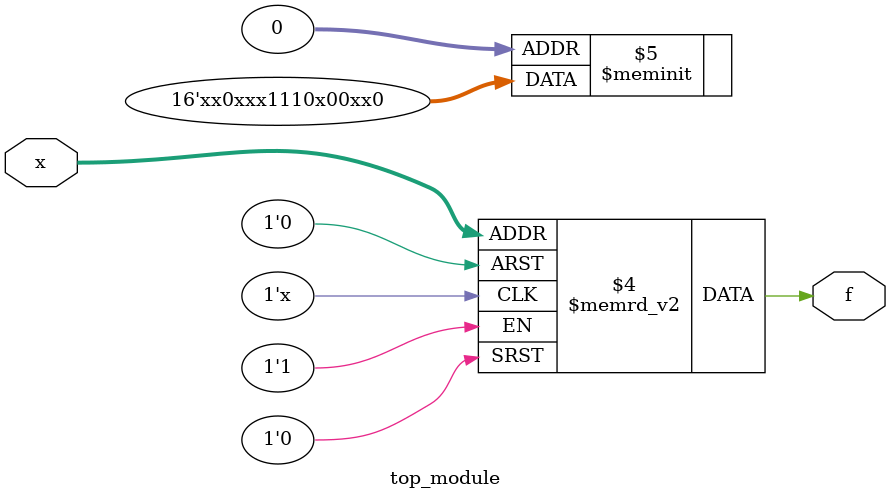
<source format=sv>
module top_module (
    input [4:1] x,
    output logic f
);

// Define the output f using a case statement for each input combination

always_comb begin
    case (x)
        4'd0: f = 1'b0;
        4'd1: f = 1'bx;
        4'd2: f = 1'bx;
        4'd3: f = 1'b0;
        4'd4: f = 1'b0;
        4'd5: f = 1'bx;
        4'd6: f = 1'b0;
        4'd7: f = 1'b1;
        4'd8: f = 1'b1;
        4'd9: f = 1'b1;
        4'd10: f = 1'bx;
        4'd11: f = 1'bx;
        4'd12: f = 1'bx;
        4'd13: f = 1'b0;
        4'd14: f = 1'bx;
        4'd15: f = 1'bx;
    endcase
end

endmodule

</source>
